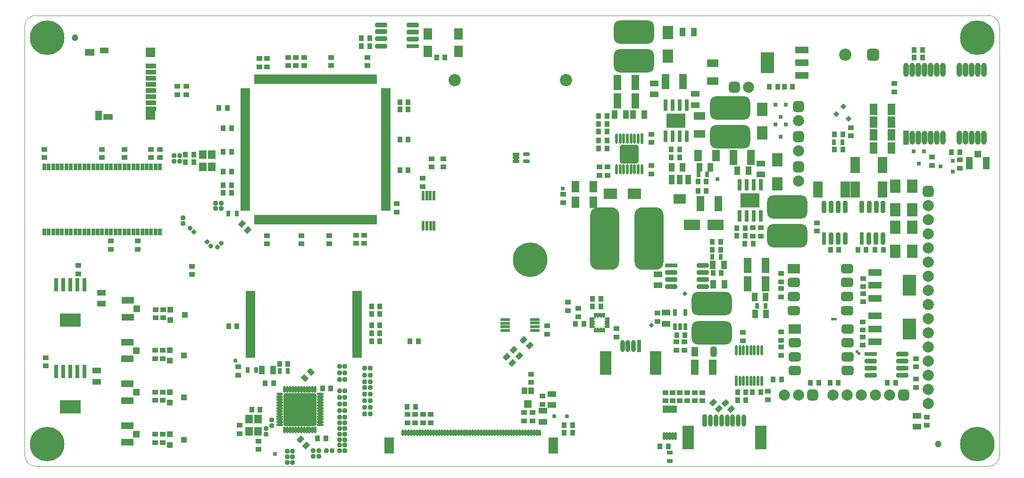
<source format=gts>
G04 Layer_Color=8388736*
%FSLAX43Y43*%
%MOMM*%
G71*
G01*
G75*
%ADD121C,0.100*%
G04:AMPARAMS|DCode=131|XSize=0.503mm|YSize=1.403mm|CornerRadius=0.177mm|HoleSize=0mm|Usage=FLASHONLY|Rotation=0.000|XOffset=0mm|YOffset=0mm|HoleType=Round|Shape=RoundedRectangle|*
%AMROUNDEDRECTD131*
21,1,0.503,1.050,0,0,0.0*
21,1,0.150,1.403,0,0,0.0*
1,1,0.353,0.075,-0.525*
1,1,0.353,-0.075,-0.525*
1,1,0.353,-0.075,0.525*
1,1,0.353,0.075,0.525*
%
%ADD131ROUNDEDRECTD131*%
%ADD132R,0.803X2.203*%
%ADD133O,0.803X2.203*%
%ADD134R,2.003X4.203*%
%ADD135R,1.103X0.903*%
%ADD136R,0.903X1.103*%
G04:AMPARAMS|DCode=137|XSize=0.703mm|YSize=0.703mm|CornerRadius=0.202mm|HoleSize=0mm|Usage=FLASHONLY|Rotation=180.000|XOffset=0mm|YOffset=0mm|HoleType=Round|Shape=RoundedRectangle|*
%AMROUNDEDRECTD137*
21,1,0.703,0.300,0,0,180.0*
21,1,0.300,0.703,0,0,180.0*
1,1,0.403,-0.150,0.150*
1,1,0.403,0.150,0.150*
1,1,0.403,0.150,-0.150*
1,1,0.403,-0.150,-0.150*
%
%ADD137ROUNDEDRECTD137*%
G04:AMPARAMS|DCode=138|XSize=0.703mm|YSize=0.703mm|CornerRadius=0.202mm|HoleSize=0mm|Usage=FLASHONLY|Rotation=90.000|XOffset=0mm|YOffset=0mm|HoleType=Round|Shape=RoundedRectangle|*
%AMROUNDEDRECTD138*
21,1,0.703,0.300,0,0,90.0*
21,1,0.300,0.703,0,0,90.0*
1,1,0.403,0.150,0.150*
1,1,0.403,0.150,-0.150*
1,1,0.403,-0.150,-0.150*
1,1,0.403,-0.150,0.150*
%
%ADD138ROUNDEDRECTD138*%
G04:AMPARAMS|DCode=139|XSize=0.703mm|YSize=0.703mm|CornerRadius=0.202mm|HoleSize=0mm|Usage=FLASHONLY|Rotation=225.000|XOffset=0mm|YOffset=0mm|HoleType=Round|Shape=RoundedRectangle|*
%AMROUNDEDRECTD139*
21,1,0.703,0.300,0,0,225.0*
21,1,0.300,0.703,0,0,225.0*
1,1,0.403,-0.212,0.000*
1,1,0.403,0.000,0.212*
1,1,0.403,0.212,0.000*
1,1,0.403,0.000,-0.212*
%
%ADD139ROUNDEDRECTD139*%
G04:AMPARAMS|DCode=140|XSize=0.703mm|YSize=0.703mm|CornerRadius=0.202mm|HoleSize=0mm|Usage=FLASHONLY|Rotation=315.000|XOffset=0mm|YOffset=0mm|HoleType=Round|Shape=RoundedRectangle|*
%AMROUNDEDRECTD140*
21,1,0.703,0.300,0,0,315.0*
21,1,0.300,0.703,0,0,315.0*
1,1,0.403,0.000,-0.212*
1,1,0.403,-0.212,0.000*
1,1,0.403,0.000,0.212*
1,1,0.403,0.212,0.000*
%
%ADD140ROUNDEDRECTD140*%
%ADD141R,1.703X3.003*%
G04:AMPARAMS|DCode=142|XSize=0.503mm|YSize=1.103mm|CornerRadius=0.177mm|HoleSize=0mm|Usage=FLASHONLY|Rotation=180.000|XOffset=0mm|YOffset=0mm|HoleType=Round|Shape=RoundedRectangle|*
%AMROUNDEDRECTD142*
21,1,0.503,0.750,0,0,180.0*
21,1,0.150,1.103,0,0,180.0*
1,1,0.353,-0.075,0.375*
1,1,0.353,0.075,0.375*
1,1,0.353,0.075,-0.375*
1,1,0.353,-0.075,-0.375*
%
%ADD142ROUNDEDRECTD142*%
G04:AMPARAMS|DCode=143|XSize=0.503mm|YSize=1.103mm|CornerRadius=0mm|HoleSize=0mm|Usage=FLASHONLY|Rotation=180.000|XOffset=0mm|YOffset=0mm|HoleType=Round|Shape=Octagon|*
%AMOCTAGOND143*
4,1,8,0.126,-0.552,-0.126,-0.552,-0.252,-0.426,-0.252,0.426,-0.126,0.552,0.126,0.552,0.252,0.426,0.252,-0.426,0.126,-0.552,0.0*
%
%ADD143OCTAGOND143*%

%ADD144R,0.503X1.103*%
%ADD145C,1.203*%
%ADD146R,2.353X1.303*%
%ADD147R,2.353X1.303*%
%ADD148R,2.353X3.703*%
G04:AMPARAMS|DCode=149|XSize=2.203mm|YSize=0.803mm|CornerRadius=0.252mm|HoleSize=0mm|Usage=FLASHONLY|Rotation=270.000|XOffset=0mm|YOffset=0mm|HoleType=Round|Shape=RoundedRectangle|*
%AMROUNDEDRECTD149*
21,1,2.203,0.300,0,0,270.0*
21,1,1.700,0.803,0,0,270.0*
1,1,0.503,-0.150,-0.850*
1,1,0.503,-0.150,0.850*
1,1,0.503,0.150,0.850*
1,1,0.503,0.150,-0.850*
%
%ADD149ROUNDEDRECTD149*%
G04:AMPARAMS|DCode=150|XSize=0.903mm|YSize=1.103mm|CornerRadius=0mm|HoleSize=0mm|Usage=FLASHONLY|Rotation=135.000|XOffset=0mm|YOffset=0mm|HoleType=Round|Shape=Rectangle|*
%AMROTATEDRECTD150*
4,1,4,0.709,0.071,-0.071,-0.709,-0.709,-0.071,0.071,0.709,0.709,0.071,0.0*
%
%ADD150ROTATEDRECTD150*%

%ADD151R,0.803X0.803*%
%ADD152R,1.303X2.203*%
%ADD153R,1.303X1.303*%
%ADD154R,1.403X2.003*%
%ADD155R,2.003X1.403*%
%ADD156R,1.953X2.403*%
%ADD157R,2.403X1.953*%
G04:AMPARAMS|DCode=158|XSize=0.503mm|YSize=1.853mm|CornerRadius=0.177mm|HoleSize=0mm|Usage=FLASHONLY|Rotation=180.000|XOffset=0mm|YOffset=0mm|HoleType=Round|Shape=RoundedRectangle|*
%AMROUNDEDRECTD158*
21,1,0.503,1.500,0,0,180.0*
21,1,0.150,1.853,0,0,180.0*
1,1,0.353,-0.075,0.750*
1,1,0.353,0.075,0.750*
1,1,0.353,0.075,-0.750*
1,1,0.353,-0.075,-0.750*
%
%ADD158ROUNDEDRECTD158*%
%ADD159R,0.503X1.853*%
G04:AMPARAMS|DCode=160|XSize=2.203mm|YSize=1.703mm|CornerRadius=0.477mm|HoleSize=0mm|Usage=FLASHONLY|Rotation=0.000|XOffset=0mm|YOffset=0mm|HoleType=Round|Shape=RoundedRectangle|*
%AMROUNDEDRECTD160*
21,1,2.203,0.750,0,0,0.0*
21,1,1.250,1.703,0,0,0.0*
1,1,0.953,0.625,-0.375*
1,1,0.953,-0.625,-0.375*
1,1,0.953,-0.625,0.375*
1,1,0.953,0.625,0.375*
%
%ADD160ROUNDEDRECTD160*%
%ADD161R,2.203X1.703*%
%ADD162R,1.103X1.503*%
%ADD163R,0.800X1.050*%
%ADD164R,1.403X2.803*%
%ADD165R,1.503X1.103*%
%ADD166R,0.803X2.003*%
%ADD167R,3.403X2.503*%
G04:AMPARAMS|DCode=168|XSize=7.203mm|YSize=4.203mm|CornerRadius=1.102mm|HoleSize=0mm|Usage=FLASHONLY|Rotation=180.000|XOffset=0mm|YOffset=0mm|HoleType=Round|Shape=RoundedRectangle|*
%AMROUNDEDRECTD168*
21,1,7.203,2.000,0,0,180.0*
21,1,5.000,4.203,0,0,180.0*
1,1,2.203,-2.500,1.000*
1,1,2.203,2.500,1.000*
1,1,2.203,2.500,-1.000*
1,1,2.203,-2.500,-1.000*
%
%ADD168ROUNDEDRECTD168*%
%ADD169R,2.203X0.803*%
G04:AMPARAMS|DCode=170|XSize=2.203mm|YSize=0.803mm|CornerRadius=0.252mm|HoleSize=0mm|Usage=FLASHONLY|Rotation=0.000|XOffset=0mm|YOffset=0mm|HoleType=Round|Shape=RoundedRectangle|*
%AMROUNDEDRECTD170*
21,1,2.203,0.300,0,0,0.0*
21,1,1.700,0.803,0,0,0.0*
1,1,0.503,0.850,-0.150*
1,1,0.503,-0.850,-0.150*
1,1,0.503,-0.850,0.150*
1,1,0.503,0.850,0.150*
%
%ADD170ROUNDEDRECTD170*%
%ADD171R,1.403X1.403*%
%ADD172R,1.053X1.303*%
%ADD173R,2.853X1.953*%
%ADD174O,0.483X0.863*%
%ADD175R,0.483X0.483*%
%ADD176O,0.863X0.483*%
%ADD177R,1.003X1.703*%
G04:AMPARAMS|DCode=178|XSize=0.903mm|YSize=1.103mm|CornerRadius=0mm|HoleSize=0mm|Usage=FLASHONLY|Rotation=45.000|XOffset=0mm|YOffset=0mm|HoleType=Round|Shape=Rectangle|*
%AMROTATEDRECTD178*
4,1,4,0.071,-0.709,-0.709,0.071,-0.071,0.709,0.709,-0.071,0.071,-0.709,0.0*
%
%ADD178ROTATEDRECTD178*%

%ADD179R,1.003X1.003*%
G04:AMPARAMS|DCode=180|XSize=0.803mm|YSize=0.803mm|CornerRadius=0.162mm|HoleSize=0mm|Usage=FLASHONLY|Rotation=0.000|XOffset=0mm|YOffset=0mm|HoleType=Round|Shape=RoundedRectangle|*
%AMROUNDEDRECTD180*
21,1,0.803,0.480,0,0,0.0*
21,1,0.480,0.803,0,0,0.0*
1,1,0.323,0.240,-0.240*
1,1,0.323,-0.240,-0.240*
1,1,0.323,-0.240,0.240*
1,1,0.323,0.240,0.240*
%
%ADD180ROUNDEDRECTD180*%
G04:AMPARAMS|DCode=181|XSize=11.203mm|YSize=5.203mm|CornerRadius=1.352mm|HoleSize=0mm|Usage=FLASHONLY|Rotation=90.000|XOffset=0mm|YOffset=0mm|HoleType=Round|Shape=RoundedRectangle|*
%AMROUNDEDRECTD181*
21,1,11.203,2.500,0,0,90.0*
21,1,8.500,5.203,0,0,90.0*
1,1,2.703,1.250,4.250*
1,1,2.703,1.250,-4.250*
1,1,2.703,-1.250,-4.250*
1,1,2.703,-1.250,4.250*
%
%ADD181ROUNDEDRECTD181*%
G04:AMPARAMS|DCode=182|XSize=0.803mm|YSize=0.803mm|CornerRadius=0.162mm|HoleSize=0mm|Usage=FLASHONLY|Rotation=135.000|XOffset=0mm|YOffset=0mm|HoleType=Round|Shape=RoundedRectangle|*
%AMROUNDEDRECTD182*
21,1,0.803,0.480,0,0,135.0*
21,1,0.480,0.803,0,0,135.0*
1,1,0.323,0.000,0.339*
1,1,0.323,0.339,0.000*
1,1,0.323,0.000,-0.339*
1,1,0.323,-0.339,0.000*
%
%ADD182ROUNDEDRECTD182*%
G04:AMPARAMS|DCode=183|XSize=0.803mm|YSize=0.803mm|CornerRadius=0.162mm|HoleSize=0mm|Usage=FLASHONLY|Rotation=225.000|XOffset=0mm|YOffset=0mm|HoleType=Round|Shape=RoundedRectangle|*
%AMROUNDEDRECTD183*
21,1,0.803,0.480,0,0,225.0*
21,1,0.480,0.803,0,0,225.0*
1,1,0.323,-0.339,0.000*
1,1,0.323,0.000,0.339*
1,1,0.323,0.339,0.000*
1,1,0.323,0.000,-0.339*
%
%ADD183ROUNDEDRECTD183*%
G04:AMPARAMS|DCode=184|XSize=0.803mm|YSize=0.803mm|CornerRadius=0.162mm|HoleSize=0mm|Usage=FLASHONLY|Rotation=90.000|XOffset=0mm|YOffset=0mm|HoleType=Round|Shape=RoundedRectangle|*
%AMROUNDEDRECTD184*
21,1,0.803,0.480,0,0,90.0*
21,1,0.480,0.803,0,0,90.0*
1,1,0.323,0.240,0.240*
1,1,0.323,0.240,-0.240*
1,1,0.323,-0.240,-0.240*
1,1,0.323,-0.240,0.240*
%
%ADD184ROUNDEDRECTD184*%
%ADD185R,1.803X0.503*%
G04:AMPARAMS|DCode=186|XSize=3.303mm|YSize=3.303mm|CornerRadius=0.179mm|HoleSize=0mm|Usage=FLASHONLY|Rotation=0.000|XOffset=0mm|YOffset=0mm|HoleType=Round|Shape=RoundedRectangle|*
%AMROUNDEDRECTD186*
21,1,3.303,2.945,0,0,0.0*
21,1,2.945,3.303,0,0,0.0*
1,1,0.358,1.472,-1.472*
1,1,0.358,-1.472,-1.472*
1,1,0.358,-1.472,1.472*
1,1,0.358,1.472,1.472*
%
%ADD186ROUNDEDRECTD186*%
%ADD187R,0.753X1.203*%
%ADD188R,2.203X1.303*%
%ADD189R,1.303X1.303*%
%ADD190R,0.503X1.803*%
%ADD191R,1.353X1.603*%
%ADD192R,1.953X0.903*%
%ADD193R,1.703X1.503*%
%ADD194R,1.703X1.003*%
%ADD195R,1.203X1.703*%
%ADD196R,1.603X1.003*%
%ADD197R,1.703X1.703*%
%ADD198R,1.753X1.203*%
%ADD199R,0.603X1.753*%
%ADD200R,1.503X2.103*%
%ADD201R,0.803X2.353*%
%ADD202R,0.803X2.353*%
%ADD203R,3.703X2.353*%
G04:AMPARAMS|DCode=204|XSize=5.853mm|YSize=5.853mm|CornerRadius=0.243mm|HoleSize=0mm|Usage=FLASHONLY|Rotation=0.000|XOffset=0mm|YOffset=0mm|HoleType=Round|Shape=RoundedRectangle|*
%AMROUNDEDRECTD204*
21,1,5.853,5.367,0,0,0.0*
21,1,5.367,5.853,0,0,0.0*
1,1,0.486,2.684,-2.684*
1,1,0.486,-2.684,-2.684*
1,1,0.486,-2.684,2.684*
1,1,0.486,2.684,2.684*
%
%ADD204ROUNDEDRECTD204*%
%ADD205O,0.503X1.203*%
%ADD206O,1.203X0.503*%
G04:AMPARAMS|DCode=207|XSize=0.503mm|YSize=1.203mm|CornerRadius=0.177mm|HoleSize=0mm|Usage=FLASHONLY|Rotation=90.000|XOffset=0mm|YOffset=0mm|HoleType=Round|Shape=RoundedRectangle|*
%AMROUNDEDRECTD207*
21,1,0.503,0.850,0,0,90.0*
21,1,0.150,1.203,0,0,90.0*
1,1,0.353,0.425,0.075*
1,1,0.353,0.425,-0.075*
1,1,0.353,-0.425,-0.075*
1,1,0.353,-0.425,0.075*
%
%ADD207ROUNDEDRECTD207*%
%ADD208R,0.803X1.203*%
G04:AMPARAMS|DCode=209|XSize=1.153mm|YSize=1.803mm|CornerRadius=0.339mm|HoleSize=0mm|Usage=FLASHONLY|Rotation=180.000|XOffset=0mm|YOffset=0mm|HoleType=Round|Shape=RoundedRectangle|*
%AMROUNDEDRECTD209*
21,1,1.153,1.125,0,0,180.0*
21,1,0.475,1.803,0,0,180.0*
1,1,0.678,-0.237,0.563*
1,1,0.678,0.237,0.563*
1,1,0.678,0.237,-0.563*
1,1,0.678,-0.237,-0.563*
%
%ADD209ROUNDEDRECTD209*%
%ADD210R,1.153X1.803*%
%ADD211P,1.136X4X360.0*%
%ADD212R,1.003X2.503*%
%ADD213O,1.003X2.503*%
%ADD214R,0.803X0.803*%
%ADD215R,1.753X0.603*%
G04:AMPARAMS|DCode=216|XSize=1.253mm|YSize=0.603mm|CornerRadius=0.202mm|HoleSize=0mm|Usage=FLASHONLY|Rotation=0.000|XOffset=0mm|YOffset=0mm|HoleType=Round|Shape=RoundedRectangle|*
%AMROUNDEDRECTD216*
21,1,1.253,0.200,0,0,0.0*
21,1,0.850,0.603,0,0,0.0*
1,1,0.403,0.425,-0.100*
1,1,0.403,-0.425,-0.100*
1,1,0.403,-0.425,0.100*
1,1,0.403,0.425,0.100*
%
%ADD216ROUNDEDRECTD216*%
%ADD217R,1.253X0.603*%
%ADD218R,1.050X0.800*%
G04:AMPARAMS|DCode=219|XSize=0.533mm|YSize=0.533mm|CornerRadius=0.135mm|HoleSize=0mm|Usage=FLASHONLY|Rotation=315.000|XOffset=0mm|YOffset=0mm|HoleType=Round|Shape=RoundedRectangle|*
%AMROUNDEDRECTD219*
21,1,0.533,0.264,0,0,315.0*
21,1,0.264,0.533,0,0,315.0*
1,1,0.269,0.000,-0.187*
1,1,0.269,-0.187,0.000*
1,1,0.269,0.000,0.187*
1,1,0.269,0.187,0.000*
%
%ADD219ROUNDEDRECTD219*%
G04:AMPARAMS|DCode=220|XSize=0.533mm|YSize=0.533mm|CornerRadius=0.135mm|HoleSize=0mm|Usage=FLASHONLY|Rotation=180.000|XOffset=0mm|YOffset=0mm|HoleType=Round|Shape=RoundedRectangle|*
%AMROUNDEDRECTD220*
21,1,0.533,0.264,0,0,180.0*
21,1,0.264,0.533,0,0,180.0*
1,1,0.269,-0.132,0.132*
1,1,0.269,0.132,0.132*
1,1,0.269,0.132,-0.132*
1,1,0.269,-0.132,-0.132*
%
%ADD220ROUNDEDRECTD220*%
%ADD221C,2.003*%
G04:AMPARAMS|DCode=222|XSize=2.003mm|YSize=2.003mm|CornerRadius=0.552mm|HoleSize=0mm|Usage=FLASHONLY|Rotation=270.000|XOffset=0mm|YOffset=0mm|HoleType=Round|Shape=RoundedRectangle|*
%AMROUNDEDRECTD222*
21,1,2.003,0.900,0,0,270.0*
21,1,0.900,2.003,0,0,270.0*
1,1,1.103,-0.450,-0.450*
1,1,1.103,-0.450,0.450*
1,1,1.103,0.450,0.450*
1,1,1.103,0.450,-0.450*
%
%ADD222ROUNDEDRECTD222*%
G04:AMPARAMS|DCode=223|XSize=2.003mm|YSize=2.003mm|CornerRadius=0.552mm|HoleSize=0mm|Usage=FLASHONLY|Rotation=180.000|XOffset=0mm|YOffset=0mm|HoleType=Round|Shape=RoundedRectangle|*
%AMROUNDEDRECTD223*
21,1,2.003,0.900,0,0,180.0*
21,1,0.900,2.003,0,0,180.0*
1,1,1.103,-0.450,0.450*
1,1,1.103,0.450,0.450*
1,1,1.103,0.450,-0.450*
1,1,1.103,-0.450,-0.450*
%
%ADD223ROUNDEDRECTD223*%
G04:AMPARAMS|DCode=224|XSize=2.203mm|YSize=2.203mm|CornerRadius=0.602mm|HoleSize=0mm|Usage=FLASHONLY|Rotation=180.000|XOffset=0mm|YOffset=0mm|HoleType=Round|Shape=RoundedRectangle|*
%AMROUNDEDRECTD224*
21,1,2.203,1.000,0,0,180.0*
21,1,1.000,2.203,0,0,180.0*
1,1,1.203,-0.500,0.500*
1,1,1.203,0.500,0.500*
1,1,1.203,0.500,-0.500*
1,1,1.203,-0.500,-0.500*
%
%ADD224ROUNDEDRECTD224*%
%ADD225C,2.203*%
%ADD226C,6.203*%
D121*
X200400Y133400D02*
G03*
X198400Y135400I-2000J0D01*
G01*
X27400Y135400D02*
G03*
X25400Y133400I0J-2000D01*
G01*
Y56400D02*
G03*
X27400Y54400I2000J0D01*
G01*
X198400D02*
G03*
X200400Y56400I0J2000D01*
G01*
X200400D02*
Y133400D01*
X27400Y135400D02*
X198400D01*
X25400Y133400D02*
X25400Y56400D01*
X27400Y54400D02*
X198400Y54400D01*
D131*
X140200Y59850D02*
D03*
X140700D02*
D03*
X141200D02*
D03*
X141700D02*
D03*
X142200Y59850D02*
D03*
X140200Y64650D02*
D03*
X140700D02*
D03*
X141200D02*
D03*
X141700Y64650D02*
D03*
X142200Y64650D02*
D03*
D132*
X135700Y76000D02*
D03*
X168900Y95325D02*
D03*
X175700D02*
D03*
D133*
X134700Y76000D02*
D03*
X133700D02*
D03*
X132700D02*
D03*
X154500Y62600D02*
D03*
X153500D02*
D03*
X152500D02*
D03*
X151500D02*
D03*
X148500D02*
D03*
X149500D02*
D03*
X150500D02*
D03*
D134*
X129700Y73000D02*
D03*
X138700D02*
D03*
X144500Y59600D02*
D03*
X157500D02*
D03*
D135*
X67500Y127650D02*
D03*
Y126150D02*
D03*
X80400Y127850D02*
D03*
Y126350D02*
D03*
X75600Y127850D02*
D03*
Y126350D02*
D03*
X86900Y127850D02*
D03*
Y126350D02*
D03*
X75100Y95850D02*
D03*
Y94350D02*
D03*
X92200Y100050D02*
D03*
Y101550D02*
D03*
X119200Y78150D02*
D03*
Y79650D02*
D03*
X147000Y67650D02*
D03*
Y66150D02*
D03*
X145700Y67650D02*
D03*
Y66150D02*
D03*
X144300Y67650D02*
D03*
Y66150D02*
D03*
X143000Y67650D02*
D03*
Y66150D02*
D03*
X185400Y73750D02*
D03*
Y72250D02*
D03*
X175800Y76150D02*
D03*
Y77650D02*
D03*
X175900Y83950D02*
D03*
Y85450D02*
D03*
X98400Y108150D02*
D03*
Y109650D02*
D03*
X100600Y108150D02*
D03*
Y109650D02*
D03*
X175800Y80350D02*
D03*
Y78850D02*
D03*
X175900Y88150D02*
D03*
Y86650D02*
D03*
X161200Y89050D02*
D03*
Y87550D02*
D03*
Y84850D02*
D03*
Y86350D02*
D03*
Y78550D02*
D03*
Y77050D02*
D03*
Y74350D02*
D03*
Y75850D02*
D03*
X156100Y95750D02*
D03*
Y97250D02*
D03*
X157500Y97250D02*
D03*
Y95750D02*
D03*
X116300Y70950D02*
D03*
Y69450D02*
D03*
X115000Y62550D02*
D03*
Y64050D02*
D03*
X116600Y64050D02*
D03*
Y62550D02*
D03*
X98300Y62250D02*
D03*
Y63750D02*
D03*
X96900Y62250D02*
D03*
Y63750D02*
D03*
X96800Y104650D02*
D03*
Y106150D02*
D03*
X48800Y73750D02*
D03*
Y75250D02*
D03*
Y67750D02*
D03*
Y66250D02*
D03*
X48900Y81050D02*
D03*
Y82550D02*
D03*
X48800Y60150D02*
D03*
Y58650D02*
D03*
X124800Y82750D02*
D03*
Y81250D02*
D03*
X122900Y83850D02*
D03*
Y82350D02*
D03*
X131600Y79150D02*
D03*
Y77650D02*
D03*
X118300Y67050D02*
D03*
Y65550D02*
D03*
X28900Y111350D02*
D03*
Y109850D02*
D03*
X39300Y109850D02*
D03*
Y111350D02*
D03*
X49700Y109850D02*
D03*
Y111350D02*
D03*
X45700Y93350D02*
D03*
Y94850D02*
D03*
X40900Y93350D02*
D03*
X40900Y94850D02*
D03*
X43300Y109850D02*
D03*
Y111350D02*
D03*
X48100Y109850D02*
D03*
Y111350D02*
D03*
X137900Y112550D02*
D03*
X137900Y114050D02*
D03*
X128600Y106650D02*
D03*
X128600Y108150D02*
D03*
X122100Y103250D02*
D03*
Y101750D02*
D03*
X137900Y106950D02*
D03*
Y108450D02*
D03*
X130000Y106650D02*
D03*
X130000Y108150D02*
D03*
X68900Y95850D02*
D03*
Y94350D02*
D03*
X80100Y95850D02*
D03*
Y94350D02*
D03*
X86300Y94450D02*
D03*
Y95950D02*
D03*
X68900Y126150D02*
D03*
Y127650D02*
D03*
X84900Y95950D02*
D03*
Y94450D02*
D03*
X55400Y88850D02*
D03*
Y90350D02*
D03*
X94100Y63750D02*
D03*
Y62250D02*
D03*
X95500Y63750D02*
D03*
Y62250D02*
D03*
X67400Y57450D02*
D03*
Y58950D02*
D03*
X64000Y61750D02*
D03*
Y60250D02*
D03*
X50300Y81050D02*
D03*
Y82550D02*
D03*
X50200Y73750D02*
D03*
Y75250D02*
D03*
Y67750D02*
D03*
Y66250D02*
D03*
Y60150D02*
D03*
Y58650D02*
D03*
X52800Y122625D02*
D03*
Y121125D02*
D03*
X54400Y121150D02*
D03*
Y122650D02*
D03*
X35000Y88950D02*
D03*
Y90450D02*
D03*
X29175Y73925D02*
D03*
Y72425D02*
D03*
X139000Y81950D02*
D03*
Y80450D02*
D03*
X143800Y76750D02*
D03*
Y75250D02*
D03*
X142400Y75250D02*
D03*
Y76750D02*
D03*
X181500Y121650D02*
D03*
Y123150D02*
D03*
X173700Y113750D02*
D03*
Y115250D02*
D03*
X74100Y127850D02*
D03*
Y126350D02*
D03*
X193300Y109450D02*
D03*
Y107950D02*
D03*
X188300Y108450D02*
D03*
Y109950D02*
D03*
X63700Y70750D02*
D03*
Y72250D02*
D03*
X167600Y96650D02*
D03*
Y98150D02*
D03*
X185400Y68550D02*
D03*
Y70050D02*
D03*
X154300Y78450D02*
D03*
Y76950D02*
D03*
X158800Y66350D02*
D03*
Y67850D02*
D03*
X140400Y66150D02*
D03*
Y67650D02*
D03*
X141700Y66150D02*
D03*
Y67650D02*
D03*
X187300Y61750D02*
D03*
Y63250D02*
D03*
X72700Y127850D02*
D03*
Y126350D02*
D03*
D136*
X92750Y119800D02*
D03*
X94250D02*
D03*
X61050Y115100D02*
D03*
X62550D02*
D03*
X62525Y104850D02*
D03*
X61025D02*
D03*
X94550Y76900D02*
D03*
X96050D02*
D03*
X87350Y129900D02*
D03*
X85850D02*
D03*
X161750Y122600D02*
D03*
X163250D02*
D03*
X159050D02*
D03*
X160550D02*
D03*
X154650Y94400D02*
D03*
X156150D02*
D03*
X122250Y61800D02*
D03*
X123750D02*
D03*
X123750Y60400D02*
D03*
X122250D02*
D03*
X154750Y95800D02*
D03*
X153250Y95800D02*
D03*
X154750Y97200D02*
D03*
X153250Y97200D02*
D03*
X148950Y89100D02*
D03*
X150450D02*
D03*
X150350Y93300D02*
D03*
X148850D02*
D03*
X148850Y94700D02*
D03*
X150350D02*
D03*
X146250Y105600D02*
D03*
X147750D02*
D03*
X147750Y103900D02*
D03*
X146250D02*
D03*
X124250Y80000D02*
D03*
X125750D02*
D03*
X142950Y109900D02*
D03*
X141450D02*
D03*
X142950Y111300D02*
D03*
X141450D02*
D03*
X79450Y59400D02*
D03*
X77950D02*
D03*
X80350Y68400D02*
D03*
X78850D02*
D03*
X87650Y79700D02*
D03*
X89150D02*
D03*
X63500Y79600D02*
D03*
X62000D02*
D03*
X87650Y83100D02*
D03*
X89150D02*
D03*
X87650Y81800D02*
D03*
X89150D02*
D03*
X87650Y76900D02*
D03*
X89150D02*
D03*
X129950Y111500D02*
D03*
X128450D02*
D03*
X128450Y112900D02*
D03*
X129950Y112900D02*
D03*
X128450Y117300D02*
D03*
X129950Y117300D02*
D03*
Y114500D02*
D03*
X128450Y114500D02*
D03*
X129950Y115900D02*
D03*
X128450D02*
D03*
X61050Y110900D02*
D03*
X62550D02*
D03*
X94250Y107600D02*
D03*
X92750D02*
D03*
X61050Y107300D02*
D03*
X62550D02*
D03*
X92750Y113100D02*
D03*
X94250D02*
D03*
X92750Y118500D02*
D03*
X94250D02*
D03*
X62550Y103500D02*
D03*
X61050D02*
D03*
X54250Y109000D02*
D03*
X55750D02*
D03*
X54250Y110400D02*
D03*
X55750D02*
D03*
X89150Y78300D02*
D03*
X87650D02*
D03*
X95575Y65125D02*
D03*
X94075D02*
D03*
X66150Y64600D02*
D03*
X67650D02*
D03*
X100850Y127800D02*
D03*
X99350D02*
D03*
X85850Y131300D02*
D03*
X87350D02*
D03*
X71150Y72800D02*
D03*
X72650D02*
D03*
X142450Y78000D02*
D03*
X143950D02*
D03*
X191750Y110800D02*
D03*
X193250D02*
D03*
X186550Y127800D02*
D03*
X185050D02*
D03*
X186550Y129200D02*
D03*
X185050D02*
D03*
X172250Y111300D02*
D03*
X170750D02*
D03*
X167950Y69400D02*
D03*
X166450D02*
D03*
X159750Y70000D02*
D03*
X161250D02*
D03*
X171550Y93300D02*
D03*
X170050D02*
D03*
X176450D02*
D03*
X174950D02*
D03*
X178050D02*
D03*
X179550D02*
D03*
X181750Y69400D02*
D03*
X180250D02*
D03*
X61750Y118800D02*
D03*
X60250D02*
D03*
X154850Y67700D02*
D03*
X153350D02*
D03*
X127350Y83100D02*
D03*
X128850D02*
D03*
Y84500D02*
D03*
X127350D02*
D03*
X157550Y67700D02*
D03*
X156050D02*
D03*
X153350Y66300D02*
D03*
X154850D02*
D03*
X140950Y57975D02*
D03*
X139450D02*
D03*
X169950Y69400D02*
D03*
X171450D02*
D03*
X70050Y69300D02*
D03*
X68550D02*
D03*
X170750Y114000D02*
D03*
X172250D02*
D03*
D137*
X122000Y104300D02*
D03*
X120478Y63428D02*
D03*
X122750Y63375D02*
D03*
D138*
X63250Y73425D02*
D03*
X70350Y56600D02*
D03*
X149775Y106000D02*
D03*
D139*
X137932Y79732D02*
D03*
D140*
X143943Y85382D02*
D03*
D141*
X120300Y58150D02*
D03*
X90800D02*
D03*
X174500Y104100D02*
D03*
X179400Y104100D02*
D03*
Y108500D02*
D03*
X174500Y108500D02*
D03*
X167800Y104100D02*
D03*
X172700Y104100D02*
D03*
D142*
X93300Y60400D02*
D03*
X93800D02*
D03*
X94300D02*
D03*
X94800D02*
D03*
X95300D02*
D03*
X95800D02*
D03*
X96800D02*
D03*
X97300D02*
D03*
X97800D02*
D03*
X98300D02*
D03*
X98800D02*
D03*
X99300D02*
D03*
X99800D02*
D03*
X100300D02*
D03*
X100800D02*
D03*
X101300D02*
D03*
X101800D02*
D03*
X102300D02*
D03*
X102800D02*
D03*
X103300D02*
D03*
X103800D02*
D03*
X104300D02*
D03*
X104800D02*
D03*
X105300D02*
D03*
X105800D02*
D03*
X106300D02*
D03*
X106800D02*
D03*
X107300D02*
D03*
X107800D02*
D03*
X108300D02*
D03*
X108800D02*
D03*
X109300D02*
D03*
X109800D02*
D03*
X110300D02*
D03*
X110800D02*
D03*
X111300D02*
D03*
X111800D02*
D03*
X112300D02*
D03*
X112800D02*
D03*
X117300D02*
D03*
X116800D02*
D03*
X116300D02*
D03*
X115800D02*
D03*
X115300D02*
D03*
X114800D02*
D03*
X114300D02*
D03*
X113800D02*
D03*
X113300D02*
D03*
D143*
X96300D02*
D03*
D144*
X117800D02*
D03*
D145*
X189400Y58400D02*
D03*
X34400Y131400D02*
D03*
D146*
X164900Y124600D02*
D03*
Y129200D02*
D03*
X178000Y81400D02*
D03*
Y76800D02*
D03*
Y89200D02*
D03*
Y84600D02*
D03*
D147*
X164900Y126900D02*
D03*
X178000Y79100D02*
D03*
Y86900D02*
D03*
D148*
X158700Y126900D02*
D03*
X184200Y79100D02*
D03*
Y86900D02*
D03*
D149*
X147500Y62600D02*
D03*
X170170Y95325D02*
D03*
X171440D02*
D03*
X172710D02*
D03*
X168900Y101000D02*
D03*
X170175D02*
D03*
X171450D02*
D03*
X172700D02*
D03*
X176970Y95325D02*
D03*
X178240D02*
D03*
X179510D02*
D03*
X175700Y101000D02*
D03*
X176975D02*
D03*
X178250D02*
D03*
X179500D02*
D03*
D150*
X114970Y77130D02*
D03*
X116030Y76070D02*
D03*
X113170Y75330D02*
D03*
X114230Y74270D02*
D03*
X148970Y65830D02*
D03*
X150030Y64770D02*
D03*
X152230Y64670D02*
D03*
X151170Y65730D02*
D03*
X111870Y74030D02*
D03*
X112930Y72970D02*
D03*
X75930Y58170D02*
D03*
X74870Y59230D02*
D03*
X65430Y96870D02*
D03*
X64370Y97930D02*
D03*
D151*
X161100Y117200D02*
D03*
X160150Y119400D02*
D03*
X162050D02*
D03*
X161100Y113600D02*
D03*
X160150Y115800D02*
D03*
X162050D02*
D03*
X185900Y108800D02*
D03*
X184950Y111000D02*
D03*
X186850D02*
D03*
D152*
X195000Y108900D02*
D03*
X198000D02*
D03*
D153*
X196500Y110500D02*
D03*
D154*
X177800Y113900D02*
D03*
X181000D02*
D03*
X177800Y118500D02*
D03*
X181000D02*
D03*
X181000Y111600D02*
D03*
X177800D02*
D03*
X181000Y116200D02*
D03*
X177800D02*
D03*
X149500Y110200D02*
D03*
X146300D02*
D03*
X127500Y101800D02*
D03*
X124300D02*
D03*
X127500Y104600D02*
D03*
X124300D02*
D03*
D155*
X148900Y123600D02*
D03*
Y126800D02*
D03*
X146500Y117300D02*
D03*
Y114100D02*
D03*
D156*
X181700Y93050D02*
D03*
Y97350D02*
D03*
X184700Y97350D02*
D03*
Y93050D02*
D03*
X181700Y100450D02*
D03*
Y104750D02*
D03*
X184700Y100450D02*
D03*
Y104750D02*
D03*
X160500Y105150D02*
D03*
Y109450D02*
D03*
X157800Y118550D02*
D03*
Y114250D02*
D03*
X140900Y132350D02*
D03*
Y128050D02*
D03*
D157*
X134850Y103400D02*
D03*
X130550D02*
D03*
D158*
X157675Y75275D02*
D03*
X157025D02*
D03*
X156375D02*
D03*
X155725D02*
D03*
X155075D02*
D03*
X154425D02*
D03*
X153775D02*
D03*
X153125D02*
D03*
X157675Y69725D02*
D03*
X157025D02*
D03*
X156375D02*
D03*
X155725D02*
D03*
X155075D02*
D03*
X154425D02*
D03*
X153775D02*
D03*
X135525Y113275D02*
D03*
X134875D02*
D03*
X134225D02*
D03*
X133575D02*
D03*
X132925D02*
D03*
X132275D02*
D03*
X131625D02*
D03*
X136175Y107725D02*
D03*
X135525D02*
D03*
X134875Y107725D02*
D03*
X134225Y107725D02*
D03*
X133575D02*
D03*
X132925Y107725D02*
D03*
X132275Y107725D02*
D03*
X131625D02*
D03*
D159*
X153125Y69725D02*
D03*
X136175Y113275D02*
D03*
D160*
X173000Y82400D02*
D03*
Y84900D02*
D03*
Y87400D02*
D03*
Y89900D02*
D03*
X163500Y82400D02*
D03*
Y84900D02*
D03*
Y87400D02*
D03*
X163600Y76600D02*
D03*
Y74100D02*
D03*
Y71600D02*
D03*
X173100Y79100D02*
D03*
Y76600D02*
D03*
Y74100D02*
D03*
Y71600D02*
D03*
D161*
X163500Y89900D02*
D03*
X163600Y79100D02*
D03*
X143000Y102400D02*
D03*
D162*
X156500Y81800D02*
D03*
X158500D02*
D03*
X158400Y84800D02*
D03*
X156400D02*
D03*
X153300Y107500D02*
D03*
X155300D02*
D03*
X149000Y87100D02*
D03*
X151000D02*
D03*
X148900Y90600D02*
D03*
X150900D02*
D03*
X141500Y108100D02*
D03*
X143500D02*
D03*
X146500D02*
D03*
X148500D02*
D03*
X134600Y117600D02*
D03*
X136600D02*
D03*
X131300D02*
D03*
X133300D02*
D03*
X145500Y132400D02*
D03*
X143500D02*
D03*
X70000Y71700D02*
D03*
X68000D02*
D03*
D163*
X156850Y83200D02*
D03*
X158350D02*
D03*
X150350Y92000D02*
D03*
X148850D02*
D03*
X146350Y106800D02*
D03*
X147850D02*
D03*
X61950Y99800D02*
D03*
X63450D02*
D03*
X65450Y71700D02*
D03*
X66950D02*
D03*
X71150Y71500D02*
D03*
X72650D02*
D03*
X172150Y112600D02*
D03*
X170650D02*
D03*
D164*
X155200Y87200D02*
D03*
X158400D02*
D03*
X155200Y90500D02*
D03*
X158400D02*
D03*
X152600Y109900D02*
D03*
X155800D02*
D03*
X149900Y101600D02*
D03*
X146700D02*
D03*
X140400Y123500D02*
D03*
X143600D02*
D03*
X131800Y120000D02*
D03*
X135000D02*
D03*
X131800Y123300D02*
D03*
X135000D02*
D03*
X148900Y72200D02*
D03*
X145700D02*
D03*
D165*
X157500Y106800D02*
D03*
Y108800D02*
D03*
X139100Y88900D02*
D03*
Y86900D02*
D03*
X118400Y62400D02*
D03*
Y64400D02*
D03*
X185600Y63500D02*
D03*
Y61500D02*
D03*
X138400Y123200D02*
D03*
Y121200D02*
D03*
X120000Y65400D02*
D03*
Y67400D02*
D03*
X145800Y119300D02*
D03*
Y121300D02*
D03*
X39200Y85600D02*
D03*
Y83600D02*
D03*
X38300Y69600D02*
D03*
Y71600D02*
D03*
X140500Y82000D02*
D03*
Y80000D02*
D03*
D166*
X157505Y105000D02*
D03*
X156235D02*
D03*
X154965D02*
D03*
X153695D02*
D03*
X157505Y99400D02*
D03*
X156235D02*
D03*
X154965D02*
D03*
X153695D02*
D03*
X144205Y119300D02*
D03*
X142935D02*
D03*
X141665D02*
D03*
X140395D02*
D03*
X144205Y113700D02*
D03*
X142935D02*
D03*
X141665D02*
D03*
X140395D02*
D03*
D167*
X155600Y102200D02*
D03*
X142300Y116500D02*
D03*
D168*
X162300Y95800D02*
D03*
Y101000D02*
D03*
X152000Y113600D02*
D03*
Y118800D02*
D03*
X134800Y127200D02*
D03*
Y132400D02*
D03*
X148700Y78400D02*
D03*
Y83600D02*
D03*
D169*
X177225Y74600D02*
D03*
X141425Y90500D02*
D03*
X95075Y129900D02*
D03*
D170*
X177225Y73330D02*
D03*
Y72060D02*
D03*
Y70790D02*
D03*
X182900Y74600D02*
D03*
Y73325D02*
D03*
Y72050D02*
D03*
Y70800D02*
D03*
X147100Y86700D02*
D03*
Y87950D02*
D03*
Y89225D02*
D03*
Y90500D02*
D03*
X141425Y86690D02*
D03*
Y87960D02*
D03*
Y89230D02*
D03*
X89400Y133700D02*
D03*
Y132450D02*
D03*
Y131175D02*
D03*
X89400Y129900D02*
D03*
X95075Y133710D02*
D03*
Y132440D02*
D03*
Y131170D02*
D03*
D171*
X115700Y65600D02*
D03*
D172*
X116300Y68000D02*
D03*
X115100D02*
D03*
D173*
X149450Y97800D02*
D03*
X145150D02*
D03*
D174*
X129350Y81525D02*
D03*
X128850D02*
D03*
X128350D02*
D03*
X127850D02*
D03*
Y78875D02*
D03*
X128350D02*
D03*
X128850D02*
D03*
X129350D02*
D03*
D175*
Y81715D02*
D03*
X128850D02*
D03*
X128350D02*
D03*
X127850D02*
D03*
X127085Y80950D02*
D03*
Y80450D02*
D03*
Y79950D02*
D03*
Y79450D02*
D03*
X127850Y78685D02*
D03*
X128350D02*
D03*
X128850D02*
D03*
X129350D02*
D03*
X130115Y79450D02*
D03*
Y79950D02*
D03*
Y80450D02*
D03*
Y80950D02*
D03*
D176*
X127275D02*
D03*
Y80450D02*
D03*
Y79950D02*
D03*
Y79450D02*
D03*
X129925D02*
D03*
Y79950D02*
D03*
Y80450D02*
D03*
Y80950D02*
D03*
D177*
X141500Y105900D02*
D03*
X143000D02*
D03*
X144500D02*
D03*
D178*
X76730Y71330D02*
D03*
X75670Y70270D02*
D03*
D179*
X51450Y75250D02*
D03*
Y73350D02*
D03*
X54025Y74300D02*
D03*
X51450Y60150D02*
D03*
Y58250D02*
D03*
X54025Y59200D02*
D03*
X51450Y67750D02*
D03*
Y65850D02*
D03*
X54025Y66800D02*
D03*
X51550Y82550D02*
D03*
Y80650D02*
D03*
X54125Y81600D02*
D03*
D180*
X82900Y72400D02*
D03*
X81900D02*
D03*
X87400Y72000D02*
D03*
X86400D02*
D03*
X82900Y71200D02*
D03*
X81900D02*
D03*
X87400Y70800D02*
D03*
X86400D02*
D03*
X82900Y70000D02*
D03*
X81900D02*
D03*
X87400Y69600D02*
D03*
X86400D02*
D03*
X87400Y68600D02*
D03*
X86400D02*
D03*
X87400Y67400D02*
D03*
X86400D02*
D03*
X82900Y68000D02*
D03*
X81900D02*
D03*
X82900Y66800D02*
D03*
X81900D02*
D03*
X87400Y66200D02*
D03*
X86400D02*
D03*
X82900Y65600D02*
D03*
X81900D02*
D03*
X87400Y65000D02*
D03*
X86400D02*
D03*
X82900Y64400D02*
D03*
X81900D02*
D03*
X87400Y63800D02*
D03*
X86400D02*
D03*
X82900Y63200D02*
D03*
X81900D02*
D03*
X82900Y62200D02*
D03*
X81900D02*
D03*
X82900Y61200D02*
D03*
X81900D02*
D03*
X82900Y60200D02*
D03*
X81900D02*
D03*
X82900Y58200D02*
D03*
X81900D02*
D03*
X82900Y57200D02*
D03*
X81900D02*
D03*
X82900Y59200D02*
D03*
X81900D02*
D03*
X80600Y57200D02*
D03*
X79600D02*
D03*
X78200D02*
D03*
X77200D02*
D03*
X73500Y55100D02*
D03*
X72500D02*
D03*
X73500Y56100D02*
D03*
X72500D02*
D03*
X73500Y57100D02*
D03*
X72500D02*
D03*
X78200Y56200D02*
D03*
X77200D02*
D03*
D181*
X129500Y95300D02*
D03*
X137500Y95300D02*
D03*
D182*
X55807Y96493D02*
D03*
X55100Y97200D02*
D03*
X58807Y93993D02*
D03*
X58100Y94700D02*
D03*
D183*
X60707Y94507D02*
D03*
X60000Y93800D02*
D03*
D184*
X52200Y109200D02*
D03*
Y110200D02*
D03*
X60700Y100700D02*
D03*
Y101700D02*
D03*
X59700Y100700D02*
D03*
Y101700D02*
D03*
X53200Y109200D02*
D03*
Y110200D02*
D03*
X53800Y98000D02*
D03*
Y99000D02*
D03*
X69700Y61700D02*
D03*
Y62700D02*
D03*
X68700Y61200D02*
D03*
Y60200D02*
D03*
D185*
X85100Y74150D02*
D03*
Y74650D02*
D03*
Y75150D02*
D03*
Y75650D02*
D03*
Y76150D02*
D03*
Y76650D02*
D03*
Y77150D02*
D03*
Y77650D02*
D03*
Y78150D02*
D03*
Y78650D02*
D03*
Y79150D02*
D03*
Y79650D02*
D03*
Y80150D02*
D03*
Y80650D02*
D03*
Y81150D02*
D03*
Y81650D02*
D03*
Y82150D02*
D03*
Y82650D02*
D03*
Y83150D02*
D03*
Y83650D02*
D03*
Y84150D02*
D03*
Y84650D02*
D03*
Y85150D02*
D03*
Y85650D02*
D03*
X65900Y74150D02*
D03*
Y74650D02*
D03*
X65900Y75150D02*
D03*
Y75650D02*
D03*
Y76150D02*
D03*
Y76650D02*
D03*
Y77150D02*
D03*
X65900Y77650D02*
D03*
Y78150D02*
D03*
X65900Y78650D02*
D03*
Y79150D02*
D03*
Y79650D02*
D03*
Y80150D02*
D03*
Y80650D02*
D03*
Y81150D02*
D03*
Y81650D02*
D03*
Y82150D02*
D03*
Y82650D02*
D03*
Y83150D02*
D03*
Y83650D02*
D03*
X65900Y84150D02*
D03*
Y84650D02*
D03*
X65900Y85150D02*
D03*
Y85650D02*
D03*
X65000Y122050D02*
D03*
Y121550D02*
D03*
Y121050D02*
D03*
Y120550D02*
D03*
Y120050D02*
D03*
Y119550D02*
D03*
Y119050D02*
D03*
Y118550D02*
D03*
Y118050D02*
D03*
Y117550D02*
D03*
Y117050D02*
D03*
Y116550D02*
D03*
Y116050D02*
D03*
Y115550D02*
D03*
Y115050D02*
D03*
Y114550D02*
D03*
Y114050D02*
D03*
Y113550D02*
D03*
Y113050D02*
D03*
Y112550D02*
D03*
Y112050D02*
D03*
Y111550D02*
D03*
Y111050D02*
D03*
Y110550D02*
D03*
Y110050D02*
D03*
Y109550D02*
D03*
Y109050D02*
D03*
Y108550D02*
D03*
Y108050D02*
D03*
Y107550D02*
D03*
Y107050D02*
D03*
Y106550D02*
D03*
Y106050D02*
D03*
Y105550D02*
D03*
Y105050D02*
D03*
Y104550D02*
D03*
Y104050D02*
D03*
Y103550D02*
D03*
Y103050D02*
D03*
Y102550D02*
D03*
Y102050D02*
D03*
Y101550D02*
D03*
Y101050D02*
D03*
Y100550D02*
D03*
X90200Y122050D02*
D03*
Y121550D02*
D03*
Y121050D02*
D03*
Y120550D02*
D03*
Y120050D02*
D03*
Y119550D02*
D03*
Y119050D02*
D03*
Y118550D02*
D03*
Y118050D02*
D03*
Y117550D02*
D03*
Y117050D02*
D03*
Y116550D02*
D03*
Y116050D02*
D03*
Y115550D02*
D03*
Y115050D02*
D03*
Y114550D02*
D03*
Y114050D02*
D03*
Y113550D02*
D03*
Y113050D02*
D03*
Y112550D02*
D03*
Y112050D02*
D03*
Y111550D02*
D03*
Y111050D02*
D03*
Y110550D02*
D03*
Y110050D02*
D03*
Y109550D02*
D03*
Y109050D02*
D03*
Y108550D02*
D03*
Y108050D02*
D03*
Y107550D02*
D03*
Y107050D02*
D03*
Y106550D02*
D03*
Y106050D02*
D03*
Y105550D02*
D03*
Y105050D02*
D03*
Y104550D02*
D03*
Y104050D02*
D03*
Y103550D02*
D03*
Y103050D02*
D03*
Y102550D02*
D03*
Y102050D02*
D03*
Y101550D02*
D03*
Y101050D02*
D03*
Y100550D02*
D03*
D186*
X133900Y110500D02*
D03*
D187*
X28900Y96500D02*
D03*
X29700D02*
D03*
X30500D02*
D03*
X31300D02*
D03*
X32100Y96500D02*
D03*
X32900Y96500D02*
D03*
X33700D02*
D03*
X34500D02*
D03*
X35300D02*
D03*
X36100D02*
D03*
X36900D02*
D03*
X37700D02*
D03*
X38500D02*
D03*
X39300D02*
D03*
X40100Y96500D02*
D03*
X40900D02*
D03*
X41700Y96500D02*
D03*
X42500D02*
D03*
X43300D02*
D03*
X44100D02*
D03*
X44900D02*
D03*
X45700Y96500D02*
D03*
X46500Y96500D02*
D03*
X47300D02*
D03*
X48100D02*
D03*
X48900D02*
D03*
X49700D02*
D03*
X28900Y108200D02*
D03*
X29700D02*
D03*
X30500D02*
D03*
X31300D02*
D03*
X32100D02*
D03*
X32900D02*
D03*
X33700Y108200D02*
D03*
X34500D02*
D03*
X35300Y108200D02*
D03*
X36100Y108200D02*
D03*
X36900D02*
D03*
X37700D02*
D03*
X38500Y108200D02*
D03*
X39300Y108200D02*
D03*
X40100D02*
D03*
X40900D02*
D03*
X41700D02*
D03*
X42500D02*
D03*
X43300D02*
D03*
X44100D02*
D03*
X44900D02*
D03*
X45700D02*
D03*
X46500D02*
D03*
X47300Y108200D02*
D03*
X48100D02*
D03*
X48900Y108200D02*
D03*
X49700Y108200D02*
D03*
D188*
X43800Y76700D02*
D03*
Y73700D02*
D03*
Y69200D02*
D03*
Y66200D02*
D03*
Y58700D02*
D03*
Y61700D02*
D03*
X43900Y84200D02*
D03*
Y81200D02*
D03*
D189*
X45400Y75200D02*
D03*
Y67700D02*
D03*
Y60200D02*
D03*
X45500Y82700D02*
D03*
D190*
X66850Y98700D02*
D03*
X67350D02*
D03*
X67850D02*
D03*
X68350D02*
D03*
X68850D02*
D03*
X69350D02*
D03*
X69850D02*
D03*
X70350D02*
D03*
X70850D02*
D03*
X71350D02*
D03*
X71850D02*
D03*
X72350D02*
D03*
X72850D02*
D03*
X73350D02*
D03*
X73850D02*
D03*
X74350D02*
D03*
X74850D02*
D03*
X75350D02*
D03*
X75850D02*
D03*
X76350D02*
D03*
X76850D02*
D03*
X77350D02*
D03*
X77850D02*
D03*
X78350D02*
D03*
X78850D02*
D03*
X79350D02*
D03*
X79850D02*
D03*
X80350D02*
D03*
X80850D02*
D03*
X81350D02*
D03*
X81850D02*
D03*
X82350D02*
D03*
X82850D02*
D03*
X83350D02*
D03*
X83850D02*
D03*
X84350D02*
D03*
X84850D02*
D03*
X85350D02*
D03*
X85850D02*
D03*
X86350D02*
D03*
X86850D02*
D03*
X87350D02*
D03*
X87850D02*
D03*
X88350D02*
D03*
X66850Y123900D02*
D03*
X67350D02*
D03*
X67850D02*
D03*
X68350D02*
D03*
X68850D02*
D03*
X69350D02*
D03*
X69850D02*
D03*
X70350D02*
D03*
X70850D02*
D03*
X71350D02*
D03*
X71850D02*
D03*
X72350D02*
D03*
X72850D02*
D03*
X73350D02*
D03*
X73850D02*
D03*
X74350D02*
D03*
X74850D02*
D03*
X75350D02*
D03*
X75850D02*
D03*
X76350D02*
D03*
X76850D02*
D03*
X77350D02*
D03*
X77850D02*
D03*
X78350D02*
D03*
X78850D02*
D03*
X79350D02*
D03*
X79850D02*
D03*
X80350D02*
D03*
X80850D02*
D03*
X81350D02*
D03*
X81850D02*
D03*
X82350D02*
D03*
X82850D02*
D03*
X83350D02*
D03*
X83850D02*
D03*
X84350D02*
D03*
X84850D02*
D03*
X85350D02*
D03*
X85850D02*
D03*
X86350D02*
D03*
X86850D02*
D03*
X87350D02*
D03*
X87850D02*
D03*
X88350D02*
D03*
D191*
X59000Y110400D02*
D03*
X57400Y108200D02*
D03*
Y110400D02*
D03*
X59000Y108200D02*
D03*
X65700Y60700D02*
D03*
X67300Y62900D02*
D03*
Y60700D02*
D03*
X65700Y62900D02*
D03*
D192*
X48075Y118575D02*
D03*
Y119675D02*
D03*
Y121875D02*
D03*
Y120775D02*
D03*
Y125175D02*
D03*
Y126275D02*
D03*
Y124075D02*
D03*
Y122975D02*
D03*
D193*
X47950Y117375D02*
D03*
D194*
X40350Y117125D02*
D03*
D195*
X38700Y117425D02*
D03*
D196*
X39700Y129075D02*
D03*
D197*
X47950Y128725D02*
D03*
D198*
X37025Y128725D02*
D03*
D199*
X98875Y103000D02*
D03*
X98225D02*
D03*
X97575D02*
D03*
X96925D02*
D03*
X98900Y97625D02*
D03*
X98250D02*
D03*
X97600D02*
D03*
X96950D02*
D03*
D200*
X103300Y128900D02*
D03*
Y132100D02*
D03*
X97800Y128900D02*
D03*
Y132100D02*
D03*
D201*
X34870Y87040D02*
D03*
X32330D02*
D03*
X36140D02*
D03*
X31060D02*
D03*
X34870Y71440D02*
D03*
X32330D02*
D03*
X36140D02*
D03*
X31060D02*
D03*
D202*
X33600Y87040D02*
D03*
Y71440D02*
D03*
D203*
Y80690D02*
D03*
Y65090D02*
D03*
D204*
X74800Y64600D02*
D03*
D205*
X72050Y68250D02*
D03*
X72550D02*
D03*
X73050D02*
D03*
X73550D02*
D03*
X74050D02*
D03*
X74550D02*
D03*
X75050D02*
D03*
X75550D02*
D03*
X76050D02*
D03*
X76550D02*
D03*
X77050D02*
D03*
X77550D02*
D03*
Y60950D02*
D03*
X77050D02*
D03*
X76550D02*
D03*
X76050D02*
D03*
X75550D02*
D03*
X75050D02*
D03*
X74550D02*
D03*
X74050D02*
D03*
X73550D02*
D03*
X73050D02*
D03*
X72550D02*
D03*
X72050D02*
D03*
D206*
X78450Y67350D02*
D03*
Y66850D02*
D03*
Y66350D02*
D03*
Y65850D02*
D03*
Y65350D02*
D03*
Y64850D02*
D03*
Y64350D02*
D03*
Y63850D02*
D03*
Y63350D02*
D03*
Y62850D02*
D03*
Y62350D02*
D03*
Y61850D02*
D03*
X71175D02*
D03*
Y62350D02*
D03*
Y62850D02*
D03*
Y63350D02*
D03*
Y63850D02*
D03*
Y64350D02*
D03*
Y64850D02*
D03*
Y65350D02*
D03*
Y65850D02*
D03*
Y66350D02*
D03*
Y66850D02*
D03*
D207*
X71150Y67350D02*
D03*
D208*
X142100Y79500D02*
D03*
X143050D02*
D03*
X144000D02*
D03*
X142100Y82000D02*
D03*
X144000D02*
D03*
D209*
X149100Y75000D02*
D03*
D210*
X145700D02*
D03*
D211*
X173278Y116822D02*
D03*
X171050Y117706D02*
D03*
X172394Y119050D02*
D03*
D212*
X183600Y113400D02*
D03*
D213*
X184700D02*
D03*
X185800D02*
D03*
X186900D02*
D03*
X188000D02*
D03*
X189100D02*
D03*
X190200D02*
D03*
X193200D02*
D03*
X194300D02*
D03*
X195400D02*
D03*
X196500D02*
D03*
X197600D02*
D03*
X183600Y125600D02*
D03*
X184700D02*
D03*
X185800D02*
D03*
X186900D02*
D03*
X188000D02*
D03*
X189100D02*
D03*
X190200Y125600D02*
D03*
X193200D02*
D03*
X194300Y125600D02*
D03*
X195400D02*
D03*
X196500D02*
D03*
X197600D02*
D03*
D214*
X189800Y108300D02*
D03*
X192000Y109250D02*
D03*
Y107350D02*
D03*
D215*
X111625Y80750D02*
D03*
Y80100D02*
D03*
Y79450D02*
D03*
Y78800D02*
D03*
X117000Y80775D02*
D03*
Y80125D02*
D03*
Y79475D02*
D03*
Y78825D02*
D03*
D216*
X115450Y109200D02*
D03*
X113600D02*
D03*
Y109850D02*
D03*
X115450Y110500D02*
D03*
D217*
X113600D02*
D03*
D218*
X141200Y55350D02*
D03*
Y56850D02*
D03*
D219*
X174793Y75007D02*
D03*
X175146Y74654D02*
D03*
D220*
X170900Y80800D02*
D03*
X170400D02*
D03*
D221*
X173040Y67200D02*
D03*
X170500D02*
D03*
X175580D02*
D03*
X178120D02*
D03*
X180660D02*
D03*
X155300Y122500D02*
D03*
X161800Y67200D02*
D03*
X164340D02*
D03*
X187600Y68240D02*
D03*
Y65700D02*
D03*
Y70780D02*
D03*
Y73320D02*
D03*
Y86020D02*
D03*
Y88560D02*
D03*
Y83480D02*
D03*
Y80940D02*
D03*
Y75860D02*
D03*
Y78400D02*
D03*
Y93640D02*
D03*
Y91100D02*
D03*
Y96180D02*
D03*
Y98720D02*
D03*
Y101260D02*
D03*
X164300Y116460D02*
D03*
Y111060D02*
D03*
Y105660D02*
D03*
D222*
X183200Y67200D02*
D03*
X152760Y122500D02*
D03*
X166880Y67200D02*
D03*
D223*
X187600Y103800D02*
D03*
X164300Y119000D02*
D03*
Y113600D02*
D03*
Y108200D02*
D03*
D224*
X177700Y128300D02*
D03*
D225*
X172700D02*
D03*
X102600Y123800D02*
D03*
X122600D02*
D03*
D226*
X29400Y58400D02*
D03*
X196400Y131400D02*
D03*
X29400D02*
D03*
X196400Y58400D02*
D03*
X116100Y91500D02*
D03*
M02*

</source>
